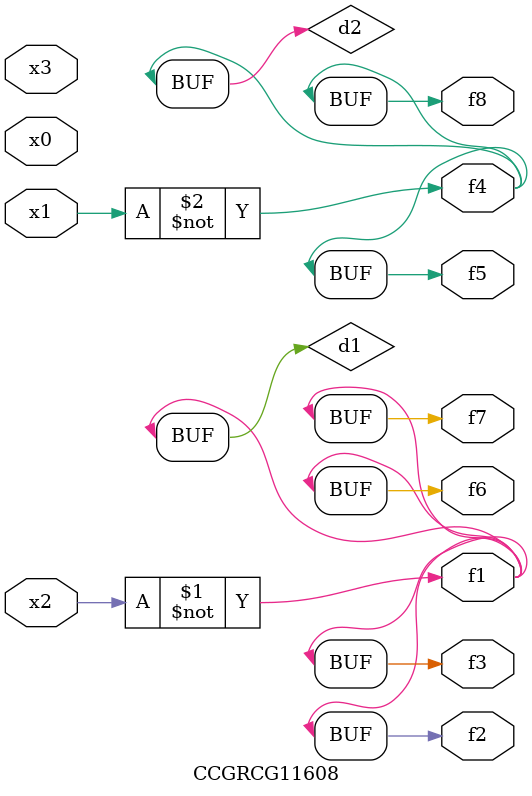
<source format=v>
module CCGRCG11608(
	input x0, x1, x2, x3,
	output f1, f2, f3, f4, f5, f6, f7, f8
);

	wire d1, d2;

	xnor (d1, x2);
	not (d2, x1);
	assign f1 = d1;
	assign f2 = d1;
	assign f3 = d1;
	assign f4 = d2;
	assign f5 = d2;
	assign f6 = d1;
	assign f7 = d1;
	assign f8 = d2;
endmodule

</source>
